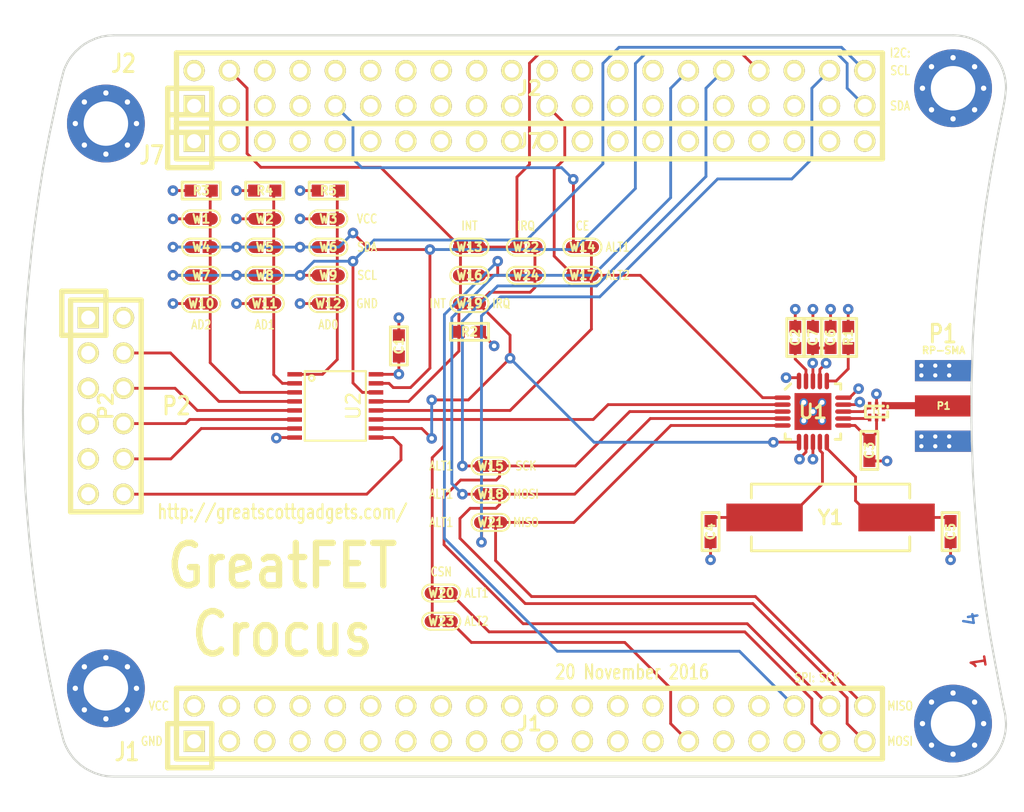
<source format=kicad_pcb>
(kicad_pcb (version 20221018) (generator pcbnew)
  (layers (0 "F.Cu" signal "C1F.Cu") (1 "In1.Cu" power "C2.Cu") (2 "In2.Cu" power "C3.Cu") (31 "B.Cu" signal "C4B.Cu") (34 "B.Paste" user) (35 "F.Paste" user) (36 "B.SilkS" user "B.Silkscreen") (37 "F.SilkS" user "F.Silkscreen") (38 "B.Mask" user) (39 "F.Mask" user) (44 "Edge.Cuts" user))
  (net 0 "")
  (net 1 "GND")
  (net 2 "VCC")
  (net 3 "/DVDD")
  (net 4 "/VDD_PA")
  (net 5 "/XC2")
  (net 6 "/XC1")
  (net 7 "Net-(J1-Pad3)")
  (net 8 "Net-(J1-Pad4)")
  (net 9 "Net-(J1-Pad5)")
  (net 10 "Net-(J1-Pad6)")
  (net 11 "Net-(J1-Pad7)")
  (net 12 "Net-(J1-Pad8)")
  (net 13 "Net-(J1-Pad9)")
  (net 14 "Net-(J1-Pad10)")
  (net 15 "Net-(J1-Pad11)")
  (net 16 "Net-(J1-Pad12)")
  (net 17 "Net-(J1-Pad13)")
  (net 18 "Net-(J1-Pad14)")
  (net 19 "Net-(J1-Pad15)")
  (net 20 "Net-(J1-Pad16)")
  (net 21 "Net-(J1-Pad17)")
  (net 22 "Net-(J1-Pad18)")
  (net 23 "Net-(J1-Pad19)")
  (net 24 "Net-(J1-Pad20)")
  (net 25 "Net-(J1-Pad21)")
  (net 26 "Net-(J1-Pad22)")
  (net 27 "Net-(J1-Pad23)")
  (net 28 "Net-(J1-Pad24)")
  (net 29 "Net-(J1-Pad25)")
  (net 30 "Net-(J1-Pad26)")
  (net 31 "Net-(J1-Pad27)")
  (net 32 "Net-(J1-Pad28)")
  (net 33 "/CSN_ALT2")
  (net 34 "Net-(J1-Pad30)")
  (net 35 "Net-(J1-Pad31)")
  (net 36 "Net-(J1-Pad32)")
  (net 37 "Net-(J1-Pad33)")
  (net 38 "Net-(J1-Pad34)")
  (net 39 "Net-(J1-Pad35)")
  (net 40 "/INT_ALT2")
  (net 41 "/CSN_ALT1")
  (net 42 "/SCK")
  (net 43 "/MOSI")
  (net 44 "/MISO")
  (net 45 "Net-(J2-Pad3)")
  (net 46 "/INT")
  (net 47 "Net-(J2-Pad5)")
  (net 48 "Net-(J2-Pad6)")
  (net 49 "Net-(J2-Pad7)")
  (net 50 "Net-(J2-Pad8)")
  (net 51 "/CE_ALT1")
  (net 52 "Net-(J2-Pad10)")
  (net 53 "Net-(J2-Pad11)")
  (net 54 "Net-(J2-Pad12)")
  (net 55 "Net-(J2-Pad13)")
  (net 56 "Net-(J2-Pad14)")
  (net 57 "Net-(J2-Pad15)")
  (net 58 "Net-(J2-Pad16)")
  (net 59 "Net-(J2-Pad17)")
  (net 60 "Net-(J2-Pad18)")
  (net 61 "Net-(J2-Pad19)")
  (net 62 "Net-(J2-Pad20)")
  (net 63 "/CE_ALT2")
  (net 64 "Net-(J2-Pad22)")
  (net 65 "Net-(J2-Pad23)")
  (net 66 "Net-(J2-Pad24)")
  (net 67 "Net-(J2-Pad25)")
  (net 68 "Net-(J2-Pad26)")
  (net 69 "Net-(J2-Pad27)")
  (net 70 "Net-(J2-Pad28)")
  (net 71 "Net-(J2-Pad29)")
  (net 72 "/MOSI_ALT1")
  (net 73 "Net-(J2-Pad31)")
  (net 74 "/SCK_ALT1")
  (net 75 "Net-(J2-Pad33)")
  (net 76 "/INT_ALT1")
  (net 77 "Net-(J2-Pad35)")
  (net 78 "Net-(J2-Pad36)")
  (net 79 "Net-(J2-Pad37)")
  (net 80 "/MISO_ALT1")
  (net 81 "/I2C0_SDA")
  (net 82 "/I2C0_SCL")
  (net 83 "Net-(J7-Pad1)")
  (net 84 "Net-(J7-Pad2)")
  (net 85 "Net-(J7-Pad3)")
  (net 86 "Net-(J7-Pad4)")
  (net 87 "Net-(J7-Pad5)")
  (net 88 "Net-(J7-Pad6)")
  (net 89 "Net-(J7-Pad7)")
  (net 90 "Net-(J7-Pad8)")
  (net 91 "Net-(J7-Pad9)")
  (net 92 "Net-(J7-Pad10)")
  (net 93 "Net-(J7-Pad11)")
  (net 94 "Net-(J7-Pad12)")
  (net 95 "Net-(J7-Pad13)")
  (net 96 "Net-(J7-Pad14)")
  (net 97 "Net-(J7-Pad15)")
  (net 98 "Net-(J7-Pad16)")
  (net 99 "Net-(J7-Pad17)")
  (net 100 "Net-(J7-Pad18)")
  (net 101 "Net-(J7-Pad19)")
  (net 102 "Net-(J7-Pad20)")
  (net 103 "/P0")
  (net 104 "/P1")
  (net 105 "/P2")
  (net 106 "/P3")
  (net 107 "/P4")
  (net 108 "/IREF")
  (net 109 "/CE")
  (net 110 "/IRQ")
  (net 111 "/CSN")
  (net 112 "/RF")
  (net 113 "/ANT2")
  (net 114 "/ANT1")
  (net 115 "/AD2")
  (net 116 "/AD1")
  (net 117 "/AD0")
  (net 118 "Net-(J2-Pad2)")
  (net 119 "Net-(J2-Pad1)")
  (footprint "gsg-modules:HEADER-2x20" (layer "F.Cu") (at 146.05 118.11)
    (fp_text reference "J1")
    (fp_text value "NEIGHBOR1" hide)
  )
  (footprint "gsg-modules:HEADER-2x20" (layer "F.Cu") (at 146.05 72.39)
    (fp_text reference "J2")
    (fp_text value "NEIGHBOR2" hide)
  )
  (footprint "gsg-modules:HEADER-1x20" (layer "F.Cu") (at 146.05 76.2)
    (fp_text reference "J7")
    (fp_text value "BONUS_ROW" hide)
  )
  (footprint "gsg-modules:HOLE126MIL-COPPER" (layer "F.Cu") (at 115.57 74.93)
    (fp_text reference "MH1" hide)
    (fp_text value "MOUNTING_HOLE" hide)
  )
  (footprint "gsg-modules:HOLE126MIL-COPPER" (layer "F.Cu") (at 115.57 115.57)
    (fp_text reference "MH2" hide)
    (fp_text value "MOUNTING_HOLE" hide)
  )
  (footprint "gsg-modules:HOLE126MIL-COPPER" (layer "F.Cu") (at 176.53 118.11)
    (fp_text reference "MH3" hide)
    (fp_text value "MOUNTING_HOLE" hide)
  )
  (footprint "gsg-modules:HOLE126MIL-COPPER" (layer "F.Cu") (at 176.53 72.39)
    (fp_text reference "MH4" hide)
    (fp_text value "MOUNTING_HOLE" hide)
  )
  (footprint "gsg-modules:0603" (layer "F.Cu") (at 136.652 90.932 90)
    (fp_text reference "C1")
    (fp_text value "33nF" hide)
  )
  (footprint "gsg-modules:0603" (layer "F.Cu") (at 165.1762 90.3224 90)
    (fp_text reference "C2")
    (fp_text value "33nF" hide)
  )
  (footprint "gsg-modules:0603" (layer "F.Cu") (at 170.5102 98.4504 -90)
    (fp_text reference "C3")
    (fp_text value "2.2nF" hide)
  )
  (footprint "gsg-modules:0603" (layer "F.Cu") (at 159.0802 104.2924 -90)
    (fp_text reference "C4")
    (fp_text value "18pF" hide)
  )
  (footprint "gsg-modules:0603" (layer "F.Cu") (at 176.3522 104.2924 -90)
    (fp_text reference "C5")
    (fp_text value "18pF" hide)
  )
  (footprint "gsg-modules:0603" (layer "F.Cu") (at 167.7162 90.3224 90)
    (fp_text reference "C6")
    (fp_text value "10nF" hide)
  )
  (footprint "gsg-modules:0603" (layer "F.Cu") (at 166.4462 90.3224 90)
    (fp_text reference "C7")
    (fp_text value "1nF" hide)
  )
  (footprint "gsg-modules:HEADER-2x6" (layer "F.Cu") (at 115.57 95.25 -90)
    (fp_text reference "P2")
    (fp_text value "EXPANSION" hide)
  )
  (footprint "gsg-modules:0603" (layer "F.Cu") (at 168.9862 90.3224 -90)
    (fp_text reference "R1")
    (fp_text value "22.0k" hide)
  )
  (footprint "gsg-modules:0603" (layer "F.Cu") (at 141.732 89.916 180)
    (fp_text reference "R2")
    (fp_text value "10k" hide)
  )
  (footprint "gsg-modules:0603" (layer "F.Cu") (at 122.428 79.756 180)
    (fp_text reference "R3")
    (fp_text value "10k" hide)
  )
  (footprint "gsg-modules:0603" (layer "F.Cu") (at 127 79.756 180)
    (fp_text reference "R4")
    (fp_text value "10k" hide)
  )
  (footprint "gsg-modules:0603" (layer "F.Cu") (at 131.572 79.756 180)
    (fp_text reference "R5")
    (fp_text value "10k" hide)
  )
  (footprint "gsg-modules:2500BL14M100" (layer "F.Cu") (at 171.0262 95.6564 180)
    (fp_text reference "T1")
    (fp_text value "BALUN" hide)
  )
  (footprint "gsg-modules:QFN20-4" (layer "F.Cu") (at 166.4462 95.6564)
    (fp_text reference "U1")
    (fp_text value "nRF24L01+" hide)
  )
  (footprint "gsg-modules:TSSOP16" (layer "F.Cu") (at 132.08 95.25)
    (fp_text reference "U2")
    (fp_text value "PCA9674" hide)
  )
  (footprint "gsg-modules:0603-JUMPER" (layer "F.Cu") (at 122.428 81.788)
    (fp_text reference "W1")
    (fp_text value "TEST" hide)
  )
  (footprint "gsg-modules:0603-JUMPER" (layer "F.Cu") (at 127 81.788)
    (fp_text reference "W2")
    (fp_text value "TEST" hide)
  )
  (footprint "gsg-modules:0603-JUMPER" (layer "F.Cu") (at 131.572 81.788)
    (fp_text reference "W3")
    (fp_text value "TEST" hide)
  )
  (footprint "gsg-modules:0603-JUMPER" (layer "F.Cu") (at 122.428 83.82)
    (fp_text reference "W4")
    (fp_text value "TEST" hide)
  )
  (footprint "gsg-modules:0603-JUMPER" (layer "F.Cu") (at 127 83.82)
    (fp_text reference "W5")
    (fp_text value "TEST" hide)
  )
  (footprint "gsg-modules:0603-JUMPER" (layer "F.Cu") (at 131.572 83.82)
    (fp_text reference "W6")
    (fp_text value "TEST" hide)
  )
  (footprint "gsg-modules:0603-JUMPER" (layer "F.Cu") (at 122.428 85.852)
    (fp_text reference "W7")
    (fp_text value "TEST" hide)
  )
  (footprint "gsg-modules:0603-JUMPER" (layer "F.Cu") (at 127 85.852)
    (fp_text reference "W8")
    (fp_text value "TEST" hide)
  )
  (footprint "gsg-modules:0603-JUMPER" (layer "F.Cu") (at 131.572 85.852)
    (fp_text reference "W9")
    (fp_text value "TEST" hide)
  )
  (footprint "gsg-modules:0603-JUMPER" (layer "F.Cu") (at 122.428 87.884)
    (fp_text reference "W10")
    (fp_text value "TEST" hide)
  )
  (footprint "gsg-modules:0603-JUMPER" (layer "F.Cu") (at 127 87.884)
    (fp_text reference "W11")
    (fp_text value "TEST" hide)
  )
  (footprint "gsg-modules:0603-JUMPER" (layer "F.Cu") (at 131.572 87.884)
    (fp_text reference "W12")
    (fp_text value "TEST" hide)
  )
  (footprint "gsg-modules:0603-JUMPER" (layer "F.Cu") (at 141.732 83.82 180)
    (fp_text reference "W13")
    (fp_text value "TEST" hide)
  )
  (footprint "gsg-modules:0603-JUMPER" (layer "F.Cu") (at 149.86 83.82)
    (fp_text reference "W14")
    (fp_text value "TEST" hide)
  )
  (footprint "gsg-modules:0603-JUMPER" (layer "F.Cu") (at 143.256 99.568)
    (fp_text reference "W15")
    (fp_text value "TEST" hide)
  )
  (footprint "gsg-modules:0603-JUMPER" (layer "F.Cu") (at 141.732 85.852 180)
    (fp_text reference "W16")
    (fp_text value "TEST" hide)
  )
  (footprint "gsg-modules:0603-JUMPER" (layer "F.Cu") (at 149.86 85.852)
    (fp_text reference "W17")
    (fp_text value "TEST" hide)
  )
  (footprint "gsg-modules:0603-JUMPER" (layer "F.Cu") (at 143.256 101.6)
    (fp_text reference "W18")
    (fp_text value "TEST" hide)
  )
  (footprint "gsg-modules:0603-JUMPER" (layer "F.Cu") (at 141.732 87.884)
    (fp_text reference "W19")
    (fp_text value "TEST" hide)
  )
  (footprint "gsg-modules:0603-JUMPER" (layer "F.Cu") (at 139.7 108.712 180)
    (fp_text reference "W20")
    (fp_text value "TEST" hide)
  )
  (footprint "gsg-modules:0603-JUMPER" (layer "F.Cu") (at 143.256 103.632)
    (fp_text reference "W21")
    (fp_text value "TEST" hide)
  )
  (footprint "gsg-modules:0603-JUMPER" (layer "F.Cu") (at 145.796 83.82)
    (fp_text reference "W22")
    (fp_text value "TEST" hide)
  )
  (footprint "gsg-modules:0603-JUMPER" (layer "F.Cu") (at 139.7 110.744 180)
    (fp_text reference "W23")
    (fp_text value "TEST" hide)
  )
  (footprint "gsg-modules:0603-JUMPER" (layer "F.Cu") (at 145.796 85.852)
    (fp_text reference "W24")
    (fp_text value "TEST" hide)
  )
  (footprint "gsg-modules:HC-49S" (layer "F.Cu") (at 167.7162 103.2764)
    (fp_text reference "Y1")
    (fp_text value "XTAL" hide)
  )
  (footprint "gsg-modules:SMA-EDGE" (layer "F.Cu") (at 177.8508 95.25 180)
    (fp_text reference "P1")
    (fp_text value "RP-SMA")
  )
  (gr_line (start 111.1504 112.9284) (end 110.7948 110.744) (stroke (width 0.15)) (layer "Edge.Cuts"))
  (gr_line (start 113.7412 121.0818) (end 113.4872 120.8532) (stroke (width 0.15)) (layer "Edge.Cuts"))
  (gr_line (start 113.0046 70.2056) (end 112.8268 70.485) (stroke (width 0.15)) (layer "Edge.Cuts"))
  (gr_line (start 109.7534 89.7128) (end 109.728 90.5002) (stroke (width 0.15)) (layer "Edge.Cuts"))
  (gr_line (start 112.014 73.3298) (end 111.4806 75.8444) (stroke (width 0.15)) (layer "Edge.Cuts"))
  (gr_line (start 112.395 71.6788) (end 112.3188 71.9582) (stroke (width 0.15)) (layer "Edge.Cuts"))
  (gr_line (start 113.03 120.3198) (end 112.8776 120.0912) (stroke (width 0.15)) (layer "Edge.Cuts"))
  (gr_line (start 114.7572 121.666) (end 114.3762 121.4882) (stroke (width 0.15)) (layer "Edge.Cuts"))
  (gr_line (start 112.5474 119.4054) (end 112.4458 119.0244) (stroke (width 0.15)) (layer "Edge.Cuts"))
  (gr_line (start 110.4392 82.2706) (end 110.2106 84.201) (stroke (width 0.15)) (layer "Edge.Cuts"))
  (gr_line (start 176.53 121.92) (end 116.1288 121.92) (stroke (width 0.15)) (layer "Edge.Cuts"))
  (gr_line (start 113.2586 120.6246) (end 113.03 120.3198) (stroke (width 0.15)) (layer "Edge.Cuts"))
  (gr_line (start 110.0074 86.2584) (end 109.8804 87.7824) (stroke (width 0.15)) (layer "Edge.Cuts"))
  (gr_line (start 110.5154 108.8136) (end 110.2614 106.7308) (stroke (width 0.15)) (layer "Edge.Cuts"))
  (gr_line (start 109.7788 101.2952) (end 109.728 99.9998) (stroke (width 0.15)) (layer "Edge.Cuts"))
  (gr_arc (start 180.34 118.11) (mid 179.224077 120.804077) (end 176.53 121.92) (stroke (width 0.15)) (layer "Edge.Cuts"))
  (gr_line (start 177.927 99.0346) (end 177.9524 99.9998) (stroke (width 0.15)) (layer "Edge.Cuts"))
  (gr_line (start 180.2638 73.1266) (end 180.34 72.39) (stroke (width 0.15)) (layer "Edge.Cuts"))
  (gr_line (start 112.8268 70.485) (end 112.649 70.8406) (stroke (width 0.15)) (layer "Edge.Cuts"))
  (gr_line (start 177.9524 90.5002) (end 178.0794 88.4682) (stroke (width 0.15)) (layer "Edge.Cuts"))
  (gr_line (start 177.8508 96.393) (end 177.8762 97.79) (stroke (width 0.15)) (layer "Edge.Cuts"))
  (gr_line (start 177.8508 95.123) (end 177.8508 96.393) (stroke (width 0.15)) (layer "Edge.Cuts"))
  (gr_line (start 180.1368 73.8124) (end 180.2638 73.1266) (stroke (width 0.15)) (layer "Edge.Cuts"))
  (gr_line (start 178.0794 102.108) (end 178.2318 104.1146) (stroke (width 0.15)) (layer "Edge.Cuts"))
  (gr_line (start 111.5314 114.9858) (end 111.1504 112.9284) (stroke (width 0.15)) (layer "Edge.Cuts"))
  (gr_line (start 112.649 70.8406) (end 112.5474 71.0946) (stroke (width 0.15)) (layer "Edge.Cuts"))
  (gr_line (start 178.4096 105.9942) (end 178.6382 107.9246) (stroke (width 0.15)) (layer "Edge.Cuts"))
  (gr_line (start 178.4604 84.2264) (end 178.6636 82.4484) (stroke (width 0.15)) (layer "Edge.Cuts"))
  (gr_line (start 177.8508 94.0054) (end 177.8508 95.123) (stroke (width 0.15)) (layer "Edge.Cuts"))
  (gr_line (start 177.8762 97.79) (end 177.927 99.0346) (stroke (width 0.15)) (layer "Edge.Cuts"))
  (gr_line (start 114.0206 69.215) (end 113.6904 69.469) (stroke (width 0.15)) (layer "Edge.Cuts"))
  (gr_line (start 116.1288 68.58) (end 176.53 68.58) (stroke (width 0.15)) (layer "Edge.Cuts"))
  (gr_line (start 109.6264 97.4852) (end 109.6772 98.933) (stroke (width 0.15)) (layer "Edge.Cuts"))
  (gr_line (start 179.2224 111.887) (end 179.5526 113.7158) (stroke (width 0.15)) (layer "Edge.Cuts"))
  (gr_line (start 112.3442 118.6434) (end 112.0902 117.602) (stroke (width 0.15)) (layer "Edge.Cuts"))
  (gr_line (start 109.601 95.5802) (end 109.6264 97.4852) (stroke (width 0.15)) (layer "Edge.Cuts"))
  (gr_line (start 115.697 68.6054) (end 115.2398 68.6816) (stroke (width 0.15)) (layer "Edge.Cuts"))
  (gr_line (start 113.4872 120.8532) (end 113.2586 120.6246) (stroke (width 0.15)) (layer "Edge.Cuts"))
  (gr_line (start 179.8066 75.438) (end 180.1368 73.8124) (stroke (width 0.15)) (layer "Edge.Cuts"))
  (gr_line (start 112.4458 119.0244) (end 112.3442 118.6434) (stroke (width 0.15)) (layer "Edge.Cuts"))
  (gr_line (start 180.2892 117.5004) (end 180.34 118.11) (stroke (width 0.15)) (layer "Edge.Cuts"))
  (gr_line (start 179.197 78.8162) (end 179.5018 77.0636) (stroke (width 0.15)) (layer "Edge.Cuts"))
  (gr_line (start 177.9016 92.3544) (end 177.8508 94.0054) (stroke (width 0.15)) (layer "Edge.Cuts"))
  (gr_line (start 109.9058 103.0224) (end 109.7788 101.2952) (stroke (width 0.15)) (layer "Edge.Cuts"))
  (gr_line (start 112.0902 117.602) (end 111.5314 114.9858) (stroke (width 0.15)) (layer "Edge.Cuts"))
  (gr_line (start 112.3188 71.9582) (end 112.014 73.3298) (stroke (width 0.15)) (layer "Edge.Cuts"))
  (gr_line (start 113.1824 69.977) (end 113.0046 70.2056) (stroke (width 0.15)) (layer "Edge.Cuts"))
  (gr_line (start 115.2398 68.6816) (end 114.8334 68.8086) (stroke (width 0.15)) (layer "Edge.Cuts"))
  (gr_line (start 111.4806 75.8444) (end 111.0488 78.1304) (stroke (width 0.15)) (layer "Edge.Cuts"))
  (gr_line (start 109.6772 98.933) (end 109.728 99.9998) (stroke (width 0.15)) (layer "Edge.Cuts"))
  (gr_line (start 178.8922 109.8042) (end 179.2224 111.887) (stroke (width 0.15)) (layer "Edge.Cuts"))
  (gr_line (start 116.1288 121.92) (end 115.6462 121.8946) (stroke (width 0.15)) (layer "Edge.Cuts"))
  (gr_line (start 112.5474 71.0946) (end 112.4712 71.374) (stroke (width 0.15)) (layer "Edge.Cuts"))
  (gr_line (start 179.5018 77.0636) (end 179.8066 75.438) (stroke (width 0.15)) (layer "Edge.Cuts"))
  (gr_line (start 109.728 90.5002) (end 109.6518 92.1766) (stroke (width 0.15)) (layer "Edge.Cuts"))
  (gr_line (start 179.8828 115.4684) (end 180.1368 116.7892) (stroke (width 0.15)) (layer "Edge.Cuts"))
  (gr_line (start 112.6998 119.761) (end 112.5474 119.4054) (stroke (width 0.15)) (layer "Edge.Cuts"))
  (gr_line (start 115.2398 121.8184) (end 114.7572 121.666) (stroke (width 0.15)) (layer "Edge.Cuts"))
  (gr_line (start 178.2318 104.1146) (end 178.4096 105.9942) (stroke (width 0.15)) (layer "Edge.Cuts"))
  (gr_line (start 114.8334 68.8086) (end 114.3762 69.0118) (stroke (width 0.15)) (layer "Edge.Cuts"))
  (gr_line (start 178.6382 107.9246) (end 178.8922 109.8042) (stroke (width 0.15)) (layer "Edge.Cuts"))
  (gr_line (start 112.4712 71.374) (end 112.395 71.6788) (stroke (width 0.15)) (layer "Edge.Cuts"))
  (gr_line (start 178.0794 88.4682) (end 178.2572 86.233) (stroke (width 0.15)) (layer "Edge.Cuts"))
  (gr_line (start 178.9176 80.5688) (end 179.197 78.8162) (stroke (width 0.15)) (layer "Edge.Cuts"))
  (gr_line (start 112.8776 120.0912) (end 112.6998 119.761) (stroke (width 0.15)) (layer "Edge.Cuts"))
  (gr_line (start 110.0582 104.8512) (end 109.9058 103.0224) (stroke (width 0.15)) (layer "Edge.Cuts"))
  (gr_line (start 111.0488 78.1304) (end 110.7186 80.264) (stroke (width 0.15)) (layer "Edge.Cuts"))
  (gr_line (start 178.2572 86.233) (end 178.4604 84.2264) (stroke (width 0.15)) (layer "Edge.Cuts"))
  (gr_line (start 178.6636 82.4484) (end 178.9176 80.5688) (stroke (width 0.15)) (layer "Edge.Cuts"))
  (gr_line (start 179.5526 113.7158) (end 179.8828 115.4684) (stroke (width 0.15)) (layer "Edge.Cuts"))
  (gr_line (start 180.1368 116.7892) (end 180.2892 117.5004) (stroke (width 0.15)) (layer "Edge.Cuts"))
  (gr_line (start 110.7186 80.264) (end 110.4392 82.2706) (stroke (width 0.15)) (layer "Edge.Cuts"))
  (gr_line (start 115.6462 121.8946) (end 115.2398 121.8184) (stroke (width 0.15)) (layer "Edge.Cuts"))
  (gr_line (start 113.6904 69.469) (end 113.3856 69.7484) (stroke (width 0.15)) (layer "Edge.Cuts"))
  (gr_line (start 109.8804 87.7824) (end 109.7534 89.7128) (stroke (width 0.15)) (layer "Edge.Cuts"))
  (gr_line (start 177.9524 90.5002) (end 177.9016 92.3544) (stroke (width 0.15)) (layer "Edge.Cuts"))
  (gr_line (start 110.7948 110.744) (end 110.5154 108.8136) (stroke (width 0.15)) (layer "Edge.Cuts"))
  (gr_line (start 110.2106 84.201) (end 110.0074 86.2584) (stroke (width 0.15)) (layer "Edge.Cuts"))
  (gr_arc (start 176.53 68.58) (mid 179.224077 69.695923) (end 180.34 72.39) (stroke (width 0.15)) (layer "Edge.Cuts"))
  (gr_line (start 113.3856 69.7484) (end 113.1824 69.977) (stroke (width 0.15)) (layer "Edge.Cuts"))
  (gr_line (start 114.3762 69.0118) (end 114.0206 69.215) (stroke (width 0.15)) (layer "Edge.Cuts"))
  (gr_line (start 109.6518 92.1766) (end 109.6264 93.726) (stroke (width 0.15)) (layer "Edge.Cuts"))
  (gr_line (start 177.9524 99.9998) (end 178.0794 102.108) (stroke (width 0.15)) (layer "Edge.Cuts"))
  (gr_line (start 114.0968 121.3358) (end 113.7412 121.0818) (stroke (width 0.15)) (layer "Edge.Cuts"))
  (gr_line (start 116.1288 68.58) (end 115.697 68.6054) (stroke (width 0.15)) (layer "Edge.Cuts"))
  (gr_line (start 110.2614 106.7308) (end 110.0582 104.8512) (stroke (width 0.15)) (layer "Edge.Cuts"))
  (gr_line (start 109.6264 93.726) (end 109.601 95.5802) (stroke (width 0.15)) (layer "Edge.Cuts"))
  (gr_line (start 114.3762 121.4882) (end 114.0968 121.3358) (stroke (width 0.15)) (layer "Edge.Cuts"))
  (gr_text "1" (at 178.3588 113.6396 98.9) (layer "F.Cu") (effects (font (size 1.016 1.016) (thickness 0.1778))))
  (gr_text "4" (at 177.8508 110.5916 98.9) (layer "B.Cu") (effects (font (size 1.016 1.016) (thickness 0.1778))))
  (gr_text "J1" (at 117.094 120.142) (layer "F.SilkS") (effects (font (size 1.27 1.016) (thickness 0.2032))))
  (gr_text "J2" (at 116.84 70.612) (layer "F.SilkS") (effects (font (size 1.27 1.016) (thickness 0.2032))))
  (gr_text "J7" (at 118.872 77.216) (layer "F.SilkS") (effects (font (size 1.27 1.016) (thickness 0.2032))))
  (gr_text "MOSI" (at 172.72 119.38) (layer "F.SilkS") (effects (font (size 0.635 0.508) (thickness 0.1016))))
  (gr_text "MISO" (at 172.72 116.84) (layer "F.SilkS") (effects (font (size 0.635 0.508) (thickness 0.1016))))
  (gr_text "SCK" (at 167.64 114.808) (layer "F.SilkS") (effects (font (size 0.635 0.508) (thickness 0.1016))))
  (gr_text "SDA" (at 172.72 73.66) (layer "F.SilkS") (effects (font (size 0.635 0.508) (thickness 0.1016))))
  (gr_text "SCL" (at 172.72 71.12) (layer "F.SilkS") (effects (font (size 0.635 0.508) (thickness 0.1016))))
  (gr_text "I2C:" (at 172.72 69.85) (layer "F.SilkS") (effects (font (size 0.635 0.508) (thickness 0.1016))))
  (gr_text "SPI:" (at 165.862 114.808) (layer "F.SilkS") (effects (font (size 0.635 0.508) (thickness 0.1016))))
  (gr_text "GND" (at 118.872 119.38) (layer "F.SilkS") (effects (font (size 0.635 0.508) (thickness 0.1016))))
  (gr_text "VCC" (at 119.38 116.84) (layer "F.SilkS") (effects (font (size 0.635 0.508) (thickness 0.1016))))
  (gr_text "http://greatscottgadgets.com/" (at 128.27 102.87) (layer "F.SilkS") (effects (font (size 1.016 0.762) (thickness 0.1524))))
  (gr_text "20 November 2016" (at 153.4414 114.4016) (layer "F.SilkS") (effects (font (size 1.016 0.762) (thickness 0.1524))))
  (gr_text "SCL" (at 134.366 85.852) (layer "F.SilkS") (effects (font (size 0.635 0.508) (thickness 0.1016))))
  (gr_text "GND" (at 134.366 87.884) (layer "F.SilkS") (effects (font (size 0.635 0.508) (thickness 0.1016))))
  (gr_text "INT" (at 139.446 87.884) (layer "F.SilkS") (effects (font (size 0.635 0.508) (thickness 0.1016))))
  (gr_text "SDA" (at 134.366 83.82) (layer "F.SilkS") (effects (font (size 0.635 0.508) (thickness 0.1016))))
  (gr_text "IRQ" (at 145.796 82.296) (layer "F.SilkS") (effects (font (size 0.635 0.508) (thickness 0.1016))))
  (gr_text "IRQ" (at 144.018 87.884) (layer "F.SilkS") (effects (font (size 0.635 0.508) (thickness 0.1016))))
  (gr_text "ALT1" (at 152.4 83.82) (layer "F.SilkS") (effects (font (size 0.635 0.508) (thickness 0.1016))))
  (gr_text "GreatFET\nCrocus" (at 128.27 109.22) (layer "F.SilkS") (effects (font (size 3.048 2.54) (thickness 0.4572))))
  (gr_text "ALT1" (at 139.7 103.632) (layer "F.SilkS") (effects (font (size 0.635 0.508) (thickness 0.1016))))
  (gr_text "P2" (at 120.65 95.25) (layer "F.SilkS") (effects (font (size 1.27 1.016) (thickness 0.2032))))
  (gr_text "AD1" (at 127 89.408) (layer "F.SilkS") (effects (font (size 0.635 0.508) (thickness 0.1016))))
  (gr_text "INT" (at 141.732 82.296) (layer "F.SilkS") (effects (font (size 0.635 0.508) (thickness 0.1016))))
  (gr_text "SCK" (at 145.796 99.568) (layer "F.SilkS") (effects (font (size 0.635 0.508) (thickness 0.1016))))
  (gr_text "AD2" (at 122.428 89.408) (layer "F.SilkS") (effects (font (size 0.635 0.508) (thickness 0.1016))))
  (gr_text "MISO" (at 145.796 103.632) (layer "F.SilkS") (effects (font (size 0.635 0.508) (thickness 0.1016))))
  (gr_text "P1" (at 175.7934 90.0684) (layer "F.SilkS") (effects (font (size 1.27 1.016) (thickness 0.2032))))
  (gr_text "ALT2" (at 152.4 85.852) (layer "F.SilkS") (effects (font (size 0.635 0.508) (thickness 0.1016))))
  (gr_text "ALT1" (at 142.24 108.712) (layer "F.SilkS") (effects (font (size 0.635 0.508) (thickness 0.1016))))
  (gr_text "CE" (at 149.86 82.296) (layer "F.SilkS") (effects (font (size 0.635 0.508) (thickness 0.1016))))
  (gr_text "AD0" (at 131.572 89.408) (layer "F.SilkS") (effects (font (size 0.635 0.508) (thickness 0.1016))))
  (gr_text "CSN" (at 139.7 107.188) (layer "F.SilkS") (effects (font (size 0.635 0.508) (thickness 0.1016))))
  (gr_text "ALT2" (at 142.24 110.744) (layer "F.SilkS") (effects (font (size 0.635 0.508) (thickness 0.1016))))
  (gr_text "ALT1" (at 139.7 99.568) (layer "F.SilkS") (effects (font (size 0.635 0.508) (thickness 0.1016))))
  (gr_text "ALT1" (at 139.7 101.6) (layer "F.SilkS") (effects (font (size 0.635 0.508) (thickness 0.1016))))
  (gr_text "MOSI" (at 145.796 101.6) (layer "F.SilkS") (effects (font (size 0.635 0.508) (thickness 0.1016))))
  (gr_text "VCC" (at 134.366 81.788) (layer "F.SilkS") (effects (font (size 0.635 0.508) (thickness 0.1016))))
  (segment (start 121.666 79.756) (end 120.396 79.756) (width 0.2032) (layer "F.Cu") (net 1))
  (segment (start 159.0802 105.0544) (end 159.0802 106.3244) (width 0.2032) (layer "F.Cu") (net 1))
  (segment (start 169.631188 95.1564) (end 169.816998 94.97059) (width 0.2032) (layer "F.Cu") (net 1))
  (segment (start 171.0262 94.3944) (end 171.0182 94.3864) (width 0.2032) (layer "F.Cu") (net 1))
  (segment (start 166.4462 89.5604) (end 166.4462 88.2904) (width 0.2032) (layer "F.Cu") (net 1))
  (segment (start 165.1762 89.5604) (end 165.1762 88.2904) (width 0.2032) (layer "F.Cu") (net 1))
  (segment (start 127.87401 97.525) (end 127.8382 97.56081) (width 0.2032) (layer "F.Cu") (net 1))
  (segment (start 129.155 97.525) (end 127.87401 97.525) (width 0.2032) (layer "F.Cu") (net 1))
  (segment (start 126.3523 87.884) (end 124.968 87.884) (width 0.2032) (layer "F.Cu") (net 1))
  (segment (start 171.0262 95.2314) (end 171.0262 94.3944) (width 0.2032) (layer "F.Cu") (net 1))
  (segment (start 168.6462 95.1564) (end 169.631188 95.1564) (width 0.2032) (layer "F.Cu") (net 1))
  (segment (start 165.4462 93.4564) (end 165.4462 93.2086) (width 0.2032) (layer "F.Cu") (net 1))
  (segment (start 130.81 79.756) (end 129.54 79.756) (width 0.2032) (layer "F.Cu") (net 1))
  (segment (start 166.9462 93.4564) (end 166.9462 92.626231) (width 0.2032) (layer "F.Cu") (net 1))
  (segment (start 176.3522 105.0544) (end 176.3522 106.3244) (width 0.2032) (layer "F.Cu") (net 1))
  (segment (start 170.5102 99.2124) (end 171.7802 99.2124) (width 0.2032) (layer "F.Cu") (net 1))
  (segment (start 167.7162 89.5604) (end 167.7162 88.2904) (width 0.2032) (layer "F.Cu") (net 1))
  (segment (start 166.4462 97.8564) (end 166.4462 99.0854) (width 0.2032) (layer "F.Cu") (net 1))
  (segment (start 136.652 90.17) (end 136.652 88.9) (width 0.2032) (layer "F.Cu") (net 1))
  (segment (start 130.9243 87.884) (end 129.54 87.884) (width 0.2032) (layer "F.Cu") (net 1))
  (segment (start 166.9462 92.626231) (end 167.394891 92.17754) (width 0.2032) (layer "F.Cu") (net 1))
  (segment (start 168.9862 89.5604) (end 168.9862 88.2904) (width 0.2032) (layer "F.Cu") (net 1))
  (segment (start 165.4368 93.218) (end 164.5158 93.218) (width 0.2032) (layer "F.Cu") (net 1))
  (segment (start 126.238 79.756) (end 124.968 79.756) (width 0.2032) (layer "F.Cu") (net 1))
  (segment (start 165.4462 93.2086) (end 165.4368 93.218) (width 0.2032) (layer "F.Cu") (net 1))
  (segment (start 121.7803 87.884) (end 120.396 87.884) (width 0.2032) (layer "F.Cu") (net 1))
  (via (at 166.4462 88.2904) (size 0.762) (drill 0.3302) (layers "F.Cu" "B.Cu") (net 1))
  (via (at 171.0182 94.3864) (size 0.762) (drill 0.3302) (layers "F.Cu" "B.Cu") (net 1))
  (via (at 164.5158 93.218) (size 0.762) (drill 0.3302) (layers "F.Cu" "B.Cu") (net 1))
  (via (at 124.968 79.756) (size 0.762) (drill 0.3302) (layers "F.Cu" "B.Cu") (net 1))
  (via (at 129.54 79.756) (size 0.762) (drill 0.3302) (layers "F.Cu" "B.Cu") (net 1))
  (via (at 136.652 88.9) (size 0.762) (drill 0.3302) (layers "F.Cu" "B.Cu") (net 1))
  (via (at 169.816998 94.97059) (size 0.762) (drill 0.3302) (layers "F.Cu" "B.Cu") (net 1))
  (via (at 159.0802 106.3244) (size 0.762) (drill 0.3302) (layers "F.Cu" "B.Cu") (net 1))
  (via (at 165.1762 88.2904) (size 0.762) (drill 0.3302) (layers "F.Cu" "B.Cu") (net 1))
  (via (at 171.7802 99.2124) (size 0.762) (drill 0.3302) (layers "F.Cu" "B.Cu") (net 1))
  (via (at 176.3522 106.3244) (size 0.762) (drill 0.3302) (layers "F.Cu" "B.Cu") (net 1))
  (via (at 127.8382 97.56081) (size 0.762) (drill 0.3302) (layers "F.Cu" "B.Cu") (net 1))
  (via (at 167.394891 92.17754) (size 0.762) (drill 0.3302) (layers "F.Cu" "B.Cu") (net 1))
  (via (at 167.7162 88.2904) (size 0.762) (drill 0.3302) (layers "F.Cu" "B.Cu") (net 1))
  (via (at 124.968 87.884) (size 0.762) (drill 0.3302) (layers "F.Cu" "B.Cu") (net 1))
  (via (at 129.54 87.884) (size 0.762) (drill 0.3302) (layers "F.Cu" "B.Cu") (net 1))
  (via (at 120.396 87.884) (size 0.762) (drill 0.3302) (layers "F.Cu" "B.Cu") (net 1))
  (via (at 168.9862 88.2904) (size 0.762) (drill 0.3302) (layers "F.Cu" "B.Cu") (net 1))
  (via (at 166.4462 99.0854) (size 0.762) (drill 0.3302) (layers "F.Cu" "B.Cu") (net 1))
  (via (at 120.396 79.756) (size 0.762) (drill 0.3302) (layers "F.Cu" "B.Cu") (net 1))
  (segment (start 143.002 90.424) (end 143.51 90.932) (width 0.2032) (layer "F.Cu") (net 2))
  (segment (start 135.005 92.975) (end 136.641 92.975) (width 0.2032) (layer "F.Cu") (net 2))
  (segment (start 166.429748 92.16687) (end 166.429748 91.100852) (width 0.2032) (layer "F.Cu") (net 2))
  (segment (start 165.9462 97.8564) (end 165.9462 98.570414) (width 0.2032) (layer "F.Cu") (net 2))
  (segment (start 165.480997 99.035617) (end 165.480997 99.0854) (width 0.2032) (layer "F.Cu") (net 2))
  (segment (start 126.3523 81.788) (end 124.968 81.788) (width 0.2032) (layer "F.Cu") (net 2))
  (segment (start 166.4462 92.183322) (end 166.429748 92.16687) (width 0.2032) (layer "F.Cu") (net 2))
  (segment (start 136.641 92.975) (end 136.652 92.964) (width 0.2032) (layer "F.Cu") (net 2))
  (segment (start 121.7803 81.788) (end 120.396 81.788) (width 0.2032) (layer "F.Cu") (net 2))
  (segment (start 136.652 92.964) (end 136.652 91.694) (width 0.2032) (layer "F.Cu") (net 2))
  (segment (start 166.4462 93.4564) (end 166.4462 92.183322) (width 0.2032) (layer "F.Cu") (net 2))
  (segment (start 168.6462 94.6564) (end 169.085635 94.6564) (width 0.2032) (layer "F.Cu") (net 2))
  (segment (start 165.9462 98.570414) (end 165.480997 99.035617) (width 0.2032) (layer "F.Cu") (net 2))
  (segment (start 169.085635 94.6564) (end 169.732984 94.009051) (width 0.2032) (layer "F.Cu") (net 2))
  (segment (start 166.429748 91.100852) (end 166.4462 91.0844) (width 0.2032) (layer "F.Cu") (net 2))
  (segment (start 166.4462 91.0844) (end 167.7162 91.0844) (width 0.2032) (layer "F.Cu") (net 2))
  (segment (start 142.494 89.916) (end 143.002 90.424) (width 0.2032) (layer "F.Cu") (net 2))
  (segment (start 130.9243 81.788) (end 129.54 81.788) (width 0.2032) (layer "F.Cu") (net 2))
  (via (at 129.54 81.788) (size 0.762) (drill 0.3302) (layers "F.Cu" "B.Cu") (net 2))
  (via (at 169.732984 94.009051) (size 0.762) (drill 0.3302) (layers "F.Cu" "B.Cu") (net 2))
  (via (at 120.396 81.788) (size 0.762) (drill 0.3302) (layers "F.Cu" "B.Cu") (net 2))
  (via (at 166.429748 92.16687) (size 0.762) (drill 0.3302) (layers "F.Cu" "B.Cu") (net 2))
  (via (at 124.968 81.788) (size 0.762) (drill 0.3302) (layers "F.Cu" "B.Cu") (net 2))
  (via (at 143.51 90.932) (size 0.762) (drill 0.3302) (layers "F.Cu" "B.Cu") (net 2))
  (via (at 136.652 92.964) (size 0.762) (drill 0.3302) (layers "F.Cu" "B.Cu") (net 2))
  (via (at 165.480997 99.0854) (size 0.762) (drill 0.3302) (layers "F.Cu" "B.Cu") (net 2))
  (segment (start 165.9462 92.6532) (end 165.1762 91.8832) (width 0.2032) (layer "F.Cu") (net 3))
  (segment (start 165.1762 91.7194) (end 165.1762 91.0844) (width 0.2032) (layer "F.Cu") (net 3))
  (segment (start 165.1762 91.8832) (end 165.1762 91.7194) (width 0.2032) (layer "F.Cu") (net 3))
  (segment (start 165.9462 93.4564) (end 165.9462 92.6532) (width 0.2032) (layer "F.Cu") (net 3))
  (segment (start 169.4782 96.6564) (end 168.6462 96.6564) (width 0.2032) (layer "F.Cu") (net 4))
  (segment (start 171.0262 96.0814) (end 171.0262 97.1724) (width 0.2032) (layer "F.Cu") (net 4))
  (segment (start 171.0262 97.1724) (end 170.5102 97.6884) (width 0.2032) (layer "F.Cu") (net 4))
  (segment (start 170.5102 97.6884) (end 169.4782 96.6564) (width 0.2032) (layer "F.Cu") (net 4))
  (segment (start 167.132001 98.639541) (end 167.132001 100.860859) (width 0.2032) (layer "F.Cu") (net 5))
  (segment (start 159.3342 103.2764) (end 159.0802 103.5304) (width 0.2032) (layer "F.Cu") (net 5))
  (segment (start 166.9462 98.45374) (end 167.132001 98.639541) (width 0.2032) (layer "F.Cu") (net 5))
  (segment (start 164.71646 103.2764) (end 162.9664 103.2764) (width 0.2032) (layer "F.Cu") (net 5))
  (segment (start 162.9664 103.2764) (end 159.3342 103.2764) (width 0.2032) (layer "F.Cu") (net 5))
  (segment (start 167.132001 100.860859) (end 164.71646 103.2764) (width 0.2032) (layer "F.Cu") (net 5))
  (segment (start 166.9462 97.8564) (end 166.9462 98.45374) (width 0.2032) (layer "F.Cu") (net 5))
  (segment (start 169.51325 100.36345) (end 169.51325 102.07371) (width 0.2032) (layer "F.Cu") (net 6))
  (segment (start 167.4462 97.8564) (end 167.4462 98.2964) (width 0.2032) (layer "F.Cu") (net 6))
  (segment (start 170.71594 103.2764) (end 172.466 103.2764) (width 0.2032) (layer "F.Cu") (net 6))
  (segment (start 172.466 103.2764) (end 176.0982 103.2764) (width 0.2032) (layer "F.Cu") (net 6))
  (segment (start 167.4462 98.2964) (end 169.51325 100.36345) (width 0.2032) (layer "F.Cu") (net 6))
  (segment (start 176.0982 103.2764) (end 176.3522 103.5304) (width 0.2032) (layer "F.Cu") (net 6))
  (segment (start 169.51325 102.07371) (end 170.71594 103.2764) (width 0.2032) (layer "F.Cu") (net 6))
  (segment (start 141.8717 112.268) (end 152.908 112.268) (width 0.2032) (layer "F.Cu") (net 33))
  (segment (start 152.908 112.268) (end 156.21 115.57) (width 0.2032) (layer "F.Cu") (net 33))
  (segment (start 156.21 115.57) (end 156.21 118.11) (width 0.2032) (layer "F.Cu") (net 33))
  (segment (start 156.21 118.11) (end 157.48 119.38) (width 0.2032) (layer "F.Cu") (net 33))
  (segment (start 140.3477 110.744) (end 141.8717 112.268) (width 0.2032) (layer "F.Cu") (net 33))
  (segment (start 143.764 85.852) (end 145.1483 85.852) (width 0.2032) (layer "F.Cu") (net 40))
  (segment (start 143.764 85.852) (end 143.764 84.836) (width 0.2032) (layer "F.Cu") (net 40))
  (segment (start 145.034 85.852) (end 145.1483 85.852) (width 0.2032) (layer "F.Cu") (net 40))
  (segment (start 142.3797 85.852) (end 143.764 85.852) (width 0.2032) (layer "F.Cu") (net 40))
  (via (at 143.764 84.836) (size 0.762) (drill 0.3302) (layers "F.Cu" "B.Cu") (net 40))
  (segment (start 143.764 84.836) (end 139.9286 88.6714) (width 0.2032) (layer "B.Cu") (net 40))
  (segment (start 139.9286 88.6714) (end 139.9286 104.775) (width 0.2032) (layer "B.Cu") (net 40))
  (segment (start 139.9286 104.775) (end 148.0566 112.903) (width 0.2032) (layer "B.Cu") (net 40))
  (segment (start 148.0566 112.903) (end 161.163 112.903) (width 0.2032) (layer "B.Cu") (net 40))
  (segment (start 161.163 112.903) (end 165.1 116.84) (width 0.2032) (layer "B.Cu") (net 40))
  (segment (start 143.1417 111.506) (end 161.544 111.506) (width 0.2032) (layer "F.Cu") (net 41))
  (segment (start 161.544 111.506) (end 166.37 116.332) (width 0.2032) (layer "F.Cu") (net 41))
  (segment (start 166.37 116.332) (end 166.37 118.11) (width 0.2032) (layer "F.Cu") (net 41))
  (segment (start 166.37 118.11) (end 167.64 119.38) (width 0.2032) (layer "F.Cu") (net 41))
  (segment (start 140.3477 108.712) (end 143.1417 111.506) (width 0.2032) (layer "F.Cu") (net 41))
  (segment (start 161.7218 110.9218) (end 145.5928 110.9218) (width 0.2032) (layer "F.Cu") (net 42))
  (segment (start 145.5928 110.9218) (end 139.9032 105.2322) (width 0.2032) (layer "F.Cu") (net 42))
  (segment (start 139.9032 105.2322) (end 139.9032 101.7778) (width 0.2032) (layer "F.Cu") (net 42))
  (segment (start 139.9032 101.7778) (end 141.097 100.584) (width 0.2032) (layer "F.Cu") (net 42))
  (segment (start 141.097 100.584) (end 143.6624 100.584) (width 0.2032) (layer "F.Cu") (net 42))
  (segment (start 143.6624 100.584) (end 143.9037 100.3427) (width 0.2032) (layer "F.Cu") (net 42))
  (segment (start 143.9037 100.3427) (end 143.9037 99.568) (width 0.2032) (layer "F.Cu") (net 42))
  (segment (start 153.2636 95.6564) (end 149.352 99.568) (width 0.2032) (layer "F.Cu") (net 42))
  (segment (start 149.352 99.568) (end 143.9037 99.568) (width 0.2032) (layer "F.Cu") (net 42))
  (segment (start 167.64 116.84) (end 161.7218 110.9218) (width 0.2032) (layer "F.Cu") (net 42))
  (segment (start 164.2462 95.6564) (end 153.2636 95.6564) (width 0.2032) (layer "F.Cu") (net 42))
  (segment (start 168.91 118.11) (end 168.91 116.2558) (width 0.2032) (layer "F.Cu") (net 43))
  (segment (start 168.91 116.2558) (end 162.1282 109.474) (width 0.2032) (layer "F.Cu") (net 43))
  (segment (start 162.1282 109.474) (end 145.7452 109.474) (width 0.2032) (layer "F.Cu") (net 43))
  (segment (start 145.7452 109.474) (end 141.0462 104.775) (width 0.2032) (layer "F.Cu") (net 43))
  (segment (start 141.0462 104.775) (end 141.0462 103.3526) (width 0.2032) (layer "F.Cu") (net 43))
  (segment (start 141.0462 103.3526) (end 141.7828 102.616) (width 0.2032) (layer "F.Cu") (net 43))
  (segment (start 141.7828 102.616) (end 143.637 102.616) (width 0.2032) (layer "F.Cu") (net 43))
  (segment (start 143.637 102.616) (end 143.9037 102.3493) (width 0.2032) (layer "F.Cu") (net 43))
  (segment (start 143.9037 102.3493) (end 143.9037 101.6) (width 0.2032) (layer "F.Cu") (net 43))
  (segment (start 154.7448 96.1564) (end 149.3012 101.6) (width 0.2032) (layer "F.Cu") (net 43))
  (segment (start 149.3012 101.6) (end 143.9037 101.6) (width 0.2032) (layer "F.Cu") (net 43))
  (segment (start 170.18 119.38) (end 168.91 118.11) (width 0.2032) (layer "F.Cu") (net 43))
  (segment (start 164.2462 96.1564) (end 154.7448 96.1564) (width 0.2032) (layer "F.Cu") (net 43))
  (segment (start 162.306 108.966) (end 146.2024 108.966) (width 0.2032) (layer "F.Cu") (net 44))
  (segment (start 146.2024 108.966) (end 143.6116 106.3752) (width 0.2032) (layer "F.Cu") (net 44))
  (segment (start 143.6116 106.3752) (end 143.6116 103.632) (width 0.2032) (layer "F.Cu") (net 44))
  (segment (start 156.226 96.6564) (end 149.2504 103.632) (width 0.2032) (layer "F.Cu") (net 44))
  (segment (start 149.2504 103.632) (end 143.6116 103.632) (width 0.2032) (layer "F.Cu") (net 44))
  (segment (start 164.2462 96.6564) (end 156.226 96.6564) (width 0.2032) (layer "F.Cu") (net 44))
  (segment (start 170.18 116.84) (end 162.306 108.966) (width 0.2032) (layer "F.Cu") (net 44))
  (segment (start 135.3439 78.0796) (end 126.7206 78.0796) (width 0.2032) (layer "F.Cu") (net 46))
  (segment (start 126.7206 78.0796) (end 125.73 77.089) (width 0.2032) (layer "F.Cu") (net 46))
  (segment (start 125.73 77.089) (end 125.73 72.39) (width 0.2032) (layer "F.Cu") (net 46))
  (segment (start 125.73 72.39) (end 124.46 71.12) (width 0.2032) (layer "F.Cu") (net 46))
  (segment (start 137.358 94.925) (end 140.97 91.313) (width 0.2032) (layer "F.Cu") (net 46))
  (segment (start 135.005 94.925) (end 137.358 94.925) (width 0.2032) (layer "F.Cu") (net 46))
  (segment (start 141.0843 83.82) (end 135.3439 78.0796) (width 0.2032) (layer "F.Cu") (net 46))
  (segment (start 140.97 89.916) (end 140.97 87.9983) (width 0.2032) (layer "F.Cu") (net 46))
  (segment (start 141.0843 87.884) (end 141.0843 85.852) (width 0.2032) (layer "F.Cu") (net 46))
  (segment (start 140.97 87.9983) (end 141.0843 87.884) (width 0.2032) (layer "F.Cu") (net 46))
  (segment (start 141.0843 85.852) (end 141.0843 83.82) (width 0.2032) (layer "F.Cu") (net 46))
  (segment (start 140.97 91.313) (end 140.97 89.916) (width 0.2032) (layer "F.Cu") (net 46))
  (segment (start 149.2123 78.9559) (end 149.1996 78.9432) (width 0.2032) (layer "F.Cu") (net 51))
  (segment (start 149.2123 83.82) (end 149.2123 78.9559) (width 0.2032) (layer "F.Cu") (net 51))
  (via (at 149.1996 78.9432) (size 0.762) (drill 0.3302) (layers "F.Cu" "B.Cu") (net 51))
  (segment (start 149.1996 78.9432) (end 148.3614 78.105) (width 0.2032) (layer "B.Cu") (net 51))
  (segment (start 148.3614 78.105) (end 133.985 78.105) (width 0.2032) (layer "B.Cu") (net 51))
  (segment (start 133.985 78.105) (end 133.35 77.47) (width 0.2032) (layer "B.Cu") (net 51))
  (segment (start 133.35 77.47) (end 133.35 74.93) (width 0.2032) (layer "B.Cu") (net 51))
  (segment (start 133.35 74.93) (end 132.08 73.66) (width 0.2032) (layer "B.Cu") (net 51))
  (segment (start 147.828 84.4677) (end 147.828 78.232) (width 0.2032) (layer "F.Cu") (net 63))
  (segment (start 147.828 78.232) (end 148.59 77.47) (width 0.2032) (layer "F.Cu") (net 63))
  (segment (start 148.59 77.47) (end 148.59 74.93) (width 0.2032) (layer "F.Cu") (net 63))
  (segment (start 148.59 74.93) (end 147.32 73.66) (width 0.2032) (layer "F.Cu") (net 63))
  (segment (start 149.2123 85.852) (end 147.828 84.4677) (width 0.2032) (layer "F.Cu") (net 63))
  (segment (start 142.6083 101.6) (end 141.224 101.6) (width 0.2032) (layer "F.Cu") (net 72))
  (via (at 141.224 101.6) (size 0.762) (drill 0.3302) (layers "F.Cu" "B.Cu") (net 72))
  (segment (start 141.224 101.6) (end 140.462 100.838) (width 0.2032) (layer "B.Cu") (net 72))
  (segment (start 140.462 100.838) (end 140.462 88.9) (width 0.2032) (layer "B.Cu") (net 72))
  (segment (start 140.462 88.9) (end 143.51 85.852) (width 0.2032) (layer "B.Cu") (net 72))
  (segment (start 143.51 85.852) (end 150.622 85.852) (width 0.2032) (layer "B.Cu") (net 72))
  (segment (start 150.622 85.852) (end 156.21 80.264) (width 0.2032) (layer "B.Cu") (net 72))
  (segment (start 156.21 80.264) (end 156.21 72.39) (width 0.2032) (layer "B.Cu") (net 72))
  (segment (start 156.21 72.39) (end 157.48 71.12) (width 0.2032) (layer "B.Cu") (net 72))
  (segment (start 142.6083 99.568) (end 141.224 99.568) (width 0.2032) (layer "F.Cu") (net 74))
  (via (at 141.224 99.568) (size 0.762) (drill 0.3302) (layers "F.Cu" "B.Cu") (net 74))
  (segment (start 141.224 99.568) (end 141.224 89.154) (width 0.2032) (layer "B.Cu") (net 74))
  (segment (start 141.224 89.154) (end 143.764 86.614) (width 0.2032) (layer "B.Cu") (net 74))
  (segment (start 143.764 86.614) (end 150.876 86.614) (width 0.2032) (layer "B.Cu") (net 74))
  (segment (start 150.876 86.614) (end 158.75 78.74) (width 0.2032) (layer "B.Cu") (net 74))
  (segment (start 158.75 78.74) (end 158.75 72.39) (width 0.2032) (layer "B.Cu") (net 74))
  (segment (start 158.75 72.39) (end 160.02 71.12) (width 0.2032) (layer "B.Cu") (net 74))
  (segment (start 145.1483 78.7781) (end 146.05 77.8764) (width 0.2032) (layer "F.Cu") (net 76))
  (segment (start 146.05 77.8764) (end 146.05 70.5866) (width 0.2032) (layer "F.Cu") (net 76))
  (segment (start 146.05 70.5866) (end 146.7866 69.85) (width 0.2032) (layer "F.Cu") (net 76))
  (segment (start 146.7866 69.85) (end 161.29 69.85) (width 0.2032) (layer "F.Cu") (net 76))
  (segment (start 161.29 69.85) (end 162.56 71.12) (width 0.2032) (layer "F.Cu") (net 76))
  (segment (start 145.1483 83.82) (end 145.1483 78.7781) (width 0.2032) (layer "F.Cu") (net 76))
  (segment (start 145.1483 83.82) (end 142.3797 83.82) (width 0.2032) (layer "F.Cu") (net 76))
  (segment (start 142.6083 105.0417) (end 142.5956 105.0544) (width 0.2032) (layer "F.Cu") (net 80))
  (segment (start 142.6083 103.632) (end 142.6083 105.0417) (width 0.2032) (layer "F.Cu") (net 80))
  (via (at 142.5956 105.0544) (size 0.762) (drill 0.3302) (layers "F.Cu" "B.Cu") (net 80))
  (segment (start 142.5956 105.0544) (end 142.5956 88.773) (width 0.2032) (layer "B.Cu") (net 80))
  (segment (start 142.5956 88.773) (end 143.9672 87.4014) (width 0.2032) (layer "B.Cu") (net 80))
  (segment (start 143.9672 87.4014) (end 151.1046 87.4014) (width 0.2032) (layer "B.Cu") (net 80))
  (segment (start 151.1046 87.4014) (end 159.5882 78.9178) (width 0.2032) (layer "B.Cu") (net 80))
  (segment (start 159.5882 78.9178) (end 164.9222 78.9178) (width 0.2032) (layer "B.Cu") (net 80))
  (segment (start 164.9222 78.9178) (end 166.37 77.47) (width 0.2032) (layer "B.Cu") (net 80))
  (segment (start 166.37 77.47) (end 166.37 72.39) (width 0.2032) (layer "B.Cu") (net 80))
  (segment (start 166.37 72.39) (end 167.64 71.12) (width 0.2032) (layer "B.Cu") (net 80))
  (segment (start 135.9414 93.625) (end 136.2456 93.9292) (width 0.2032) (layer "F.Cu") (net 81))
  (segment (start 136.2456 93.9292) (end 137.4902 93.9292) (width 0.2032) (layer "F.Cu") (net 81))
  (segment (start 137.4902 93.9292) (end 138.8872 92.5322) (width 0.2032) (layer "F.Cu") (net 81))
  (segment (start 138.8872 92.5322) (end 138.8872 83.9978) (width 0.2032) (layer "F.Cu") (net 81))
  (segment (start 135.005 93.625) (end 135.9414 93.625) (width 0.2032) (layer "F.Cu") (net 81))
  (segment (start 138.8872 83.9978) (end 134.5438 83.9978) (width 0.2032) (layer "F.Cu") (net 81))
  (segment (start 121.7803 83.82) (end 120.396 83.82) (width 0.2032) (layer "F.Cu") (net 81))
  (segment (start 130.9243 83.82) (end 129.54 83.82) (width 0.2032) (layer "F.Cu") (net 81))
  (segment (start 134.5438 83.9978) (end 133.35 82.804) (width 0.2032) (layer "F.Cu") (net 81))
  (segment (start 124.968 83.82) (end 126.3523 83.82) (width 0.2032) (layer "F.Cu") (net 81))
  (via (at 133.35 82.804) (size 0.762) (drill 0.3302) (layers "F.Cu" "B.Cu") (net 81))
  (via (at 129.54 83.82) (size 0.762) (drill 0.3302) (layers "F.Cu" "B.Cu") (net 81))
  (via (at 124.968 83.82) (size 0.762) (drill 0.3302) (layers "F.Cu" "B.Cu") (net 81))
  (via (at 138.8872 83.9978) (size 0.762) (drill 0.3302) (layers "F.Cu" "B.Cu") (net 81))
  (via (at 120.396 83.82) (size 0.762) (drill 0.3302) (layers "F.Cu" "B.Cu") (net 81))
  (segment (start 138.8872 83.9978) (end 149.2758 83.9978) (width 0.2032) (layer "B.Cu") (net 81))
  (segment (start 149.2758 83.9978) (end 153.67 79.6036) (width 0.2032) (layer "B.Cu") (net 81))
  (segment (start 153.67 79.6036) (end 153.67 70.612) (width 0.2032) (layer "B.Cu") (net 81))
  (segment (start 153.67 70.612) (end 154.432 69.85) (width 0.2032) (layer "B.Cu") (net 81))
  (segment (start 154.432 69.85) (end 168.148 69.85) (width 0.2032) (layer "B.Cu") (net 81))
  (segment (start 168.148 69.85) (end 168.91 70.612) (width 0.2032) (layer "B.Cu") (net 81))
  (segment (start 168.91 70.612) (end 168.91 72.39) (width 0.2032) (layer "B.Cu") (net 81))
  (segment (start 168.91 72.39) (end 170.18 73.66) (width 0.2032) (layer "B.Cu") (net 81))
  (segment (start 133.35 82.804) (end 132.334 83.82) (width 0.2032) (layer "B.Cu") (net 81))
  (segment (start 132.334 83.82) (end 129.54 83.82) (width 0.2032) (layer "B.Cu") (net 81))
  (segment (start 129.54 83.82) (end 124.968 83.82) (width 0.2032) (layer "B.Cu") (net 81))
  (segment (start 120.396 83.82) (end 124.968 83.82) (width 0.2032) (layer "B.Cu") (net 81))
  (segment (start 133.35 93.599) (end 133.35 84.836) (width 0.2032) (layer "F.Cu") (net 82))
  (segment (start 135.005 94.275) (end 134.026 94.275) (width 0.2032) (layer "F.Cu") (net 82))
  (segment (start 129.54 85.852) (end 131.2164 85.852) (width 0.2032) (layer "F.Cu") (net 82))
  (segment (start 134.026 94.275) (end 133.35 93.599) (width 0.2032) (layer "F.Cu") (net 82))
  (segment (start 121.7803 85.852) (end 120.396 85.852) (width 0.2032) (layer "F.Cu") (net 82))
  (segment (start 126.3523 85.852) (end 124.968 85.852) (width 0.2032) (layer "F.Cu") (net 82))
  (via (at 133.35 84.836) (size 0.762) (drill 0.3302) (layers "F.Cu" "B.Cu") (net 82))
  (via (at 124.968 85.852) (size 0.762) (drill 0.3302) (layers "F.Cu" "B.Cu") (net 82))
  (via (at 120.396 85.852) (size 0.762) (drill 0.3302) (layers "F.Cu" "B.Cu") (net 82))
  (via (at 129.54 85.852) (size 0.762) (drill 0.3302) (layers "F.Cu" "B.Cu") (net 82))
  (segment (start 130.556 84.836) (end 129.54 85.852) (width 0.2032) (layer "B.Cu") (net 82))
  (segment (start 120.396 85.852) (end 124.968 85.852) (width 0.2032) (layer "B.Cu") (net 82))
  (segment (start 124.968 85.852) (end 129.54 85.852) (width 0.2032) (layer "B.Cu") (net 82))
  (segment (start 133.35 84.836) (end 130.556 84.836) (width 0.2032) (layer "B.Cu") (net 82))
  (segment (start 134.874001 83.311999) (end 145.845787 83.311999) (width 0.2032) (layer "B.Cu") (net 82))
  (segment (start 169.418001 70.358001) (end 170.18 71.12) (width 0.2032) (layer "B.Cu") (net 82))
  (segment (start 152.497544 69.44359) (end 168.50359 69.44359) (width 0.2032) (layer "B.Cu") (net 82))
  (segment (start 133.35 84.836) (end 134.874001 83.311999) (width 0.2032) (layer "B.Cu") (net 82))
  (segment (start 145.845787 83.311999) (end 151.333199 77.824587) (width 0.2032) (layer "B.Cu") (net 82))
  (segment (start 151.333199 77.824587) (end 151.333199 70.607935) (width 0.2032) (layer "B.Cu") (net 82))
  (segment (start 168.50359 69.44359) (end 169.418001 70.358001) (width 0.2032) (layer "B.Cu") (net 82))
  (segment (start 151.333199 70.607935) (end 152.497544 69.44359) (width 0.2032) (layer "B.Cu") (net 82))
  (segment (start 123.7032 94.925) (end 120.2182 91.44) (width 0.2032) (layer "F.Cu") (net 103))
  (segment (start 120.2182 91.44) (end 116.84 91.44) (width 0.2032) (layer "F.Cu") (net 103))
  (segment (start 129.155 94.925) (end 123.7032 94.925) (width 0.2032) (layer "F.Cu") (net 103))
  (segment (start 122.1434 95.575) (end 120.5484 93.98) (width 0.2032) (layer "F.Cu") (net 104))
  (segment (start 120.5484 93.98) (end 116.84 93.98) (width 0.2032) (layer "F.Cu") (net 104))
  (segment (start 129.155 95.575) (end 122.1434 95.575) (width 0.2032) (layer "F.Cu") (net 104))
  (segment (start 121.6054 96.225) (end 121.3104 96.52) (width 0.2032) (layer "F.Cu") (net 105))
  (segment (start 121.3104 96.52) (end 116.84 96.52) (width 0.2032) (layer "F.Cu") (net 105))
  (segment (start 129.155 96.225) (end 121.6054 96.225) (width 0.2032) (layer "F.Cu") (net 105))
  (segment (start 122.4286 96.875) (end 120.2436 99.06) (width 0.2032) (layer "F.Cu") (net 106))
  (segment (start 120.2436 99.06) (end 116.84 99.06) (width 0.2032) (layer "F.Cu") (net 106))
  (segment (start 129.155 96.875) (end 122.4286 96.875) (width 0.2032) (layer "F.Cu") (net 106))
  (segment (start 136.2346 97.525) (end 136.8044 98.0948) (width 0.2032) (layer "F.Cu") (net 107))
  (segment (start 136.8044 98.0948) (end 136.8044 99.1362) (width 0.2032) (layer "F.Cu") (net 107))
  (segment (start 136.8044 99.1362) (end 134.3406 101.6) (width 0.2032) (layer "F.Cu") (net 107))
  (segment (start 134.3406 101.6) (end 116.84 101.6) (width 0.2032) (layer "F.Cu") (net 107))
  (segment (start 135.005 97.525) (end 136.2346 97.525) (width 0.2032) (layer "F.Cu") (net 107))
  (segment (start 168.1142 93.4564) (end 168.9862 92.5844) (width 0.2032) (layer "F.Cu") (net 108))
  (segment (start 168.9862 91.7194) (end 168.9862 91.0844) (width 0.2032) (layer "F.Cu") (net 108))
  (segment (start 167.4462 93.4564) (end 168.1142 93.4564) (width 0.2032) (layer "F.Cu") (net 108))
  (segment (start 168.9862 92.5844) (end 168.9862 91.7194) (width 0.2032) (layer "F.Cu") (net 108))
  (segment (start 162.83 94.6564) (end 154.0256 85.852) (width 0.2032) (layer "F.Cu") (net 109))
  (segment (start 154.0256 85.852) (end 150.5077 85.852) (width 0.2032) (layer "F.Cu") (net 109))
  (segment (start 150.5077 89.7255) (end 150.5077 85.852) (width 0.2032) (layer "F.Cu") (net 109))
  (segment (start 144.6582 95.575) (end 150.5077 89.7255) (width 0.2032) (layer "F.Cu") (net 109))
  (segment (start 164.2462 94.6564) (end 162.83 94.6564) (width 0.2032) (layer "F.Cu") (net 109))
  (segment (start 135.005 95.575) (end 144.6582 95.575) (width 0.2032) (layer "F.Cu") (net 109))
  (segment (start 150.5077 85.852) (end 150.5077 83.82) (width 0.2032) (layer "F.Cu") (net 109))
  (segment (start 143.1925 87.0712) (end 146.1008 87.0712) (width 0.2032) (layer "F.Cu") (net 110))
  (segment (start 146.1008 87.0712) (end 146.4437 86.7283) (width 0.2032) (layer "F.Cu") (net 110))
  (segment (start 146.4437 86.7283) (end 146.4437 85.852) (width 0.2032) (layer "F.Cu") (net 110))
  (segment (start 142.3797 87.884) (end 144.653 90.1573) (width 0.2032) (layer "F.Cu") (net 110))
  (segment (start 138.3024 96.875) (end 139.0142 97.5868) (width 0.2032) (layer "F.Cu") (net 110))
  (segment (start 139.0142 94.8182) (end 141.6558 94.8182) (width 0.2032) (layer "F.Cu") (net 110))
  (segment (start 141.6558 94.8182) (end 144.653 91.821) (width 0.2032) (layer "F.Cu") (net 110))
  (segment (start 144.653 91.821) (end 144.653 90.1573) (width 0.2032) (layer "F.Cu") (net 110))
  (segment (start 142.3797 87.884) (end 143.1925 87.0712) (width 0.2032) (layer "F.Cu") (net 110))
  (segment (start 146.4437 85.852) (end 146.4437 83.82) (width 0.2032) (layer "F.Cu") (net 110))
  (segment (start 135.005 96.875) (end 138.3024 96.875) (width 0.2032) (layer "F.Cu") (net 110))
  (segment (start 165.4462 97.8564) (end 163.6112 97.8564) (width 0.2032) (layer "F.Cu") (net 110))
  (via (at 163.6014 97.8662) (size 0.762) (drill 0.3302) (layers "F.Cu" "B.Cu") (net 110))
  (via (at 139.0142 94.8182) (size 0.762) (drill 0.3302) (layers "F.Cu" "B.Cu") (net 110))
  (via (at 144.653 91.821) (size 0.762) (drill 0.3302) (layers "F.Cu" "B.Cu") (net 110))
  (via (at 139.0142 97.5868) (size 0.762) (drill 0.3302) (layers "F.Cu" "B.Cu") (net 110))
  (segment (start 139.0142 97.5868) (end 139.0142 94.8182) (width 0.2032) (layer "B.Cu") (net 110))
  (segment (start 150.6982 97.8662) (end 144.653 91.821) (width 0.2032) (layer "B.Cu") (net 110))
  (segment (start 163.6014 97.8662) (end 150.6982 97.8662) (width 0.2032) (layer "B.Cu") (net 110))
  (segment (start 151.7062 95.1564) (end 150.6376 96.225) (width 0.2032) (layer "F.Cu") (net 111))
  (segment (start 150.6376 96.225) (end 139.9032 96.225) (width 0.2032) (layer "F.Cu") (net 111))
  (segment (start 139.9032 96.225) (end 135.005 96.225) (width 0.2032) (layer "F.Cu") (net 111))
  (segment (start 139.9032 98.1202) (end 139.0523 98.9711) (width 0.2032) (layer "F.Cu") (net 111))
  (segment (start 139.0523 98.9711) (end 139.0523 108.712) (width 0.2032) (layer "F.Cu") (net 111))
  (segment (start 139.0523 108.712) (end 139.0523 109.347) (width 0.2032) (layer "F.Cu") (net 111))
  (segment (start 139.0523 109.347) (end 139.0523 110.744) (width 0.2032) (layer "F.Cu") (net 111))
  (segment (start 139.9032 96.225) (end 139.9032 98.1202) (width 0.2032) (layer "F.Cu") (net 111))
  (segment (start 164.2462 95.1564) (end 151.7062 95.1564) (width 0.2032) (layer "F.Cu") (net 111))
  (segment (start 175.8002 95.2314) (end 175.8188 95.25) (width 0.508) (layer "F.Cu") (net 112))
  (segment (start 171.6718 95.2314) (end 171.5262 95.2314) (width 0.2032) (layer "F.Cu") (net 112))
  (segment (start 175.8002 95.2314) (end 171.6718 95.2314) (width 0.508) (layer "F.Cu") (net 112))
  (segment (start 170.1012 95.6564) (end 170.5262 95.2314) (width 0.2032) (layer "F.Cu") (net 113))
  (segment (start 168.6462 95.6564) (end 170.1012 95.6564) (width 0.2032) (layer "F.Cu") (net 113))
  (segment (start 168.6462 96.1564) (end 170.4512 96.1564) (width 0.2032) (layer "F.Cu") (net 114))
  (segment (start 170.4512 96.1564) (end 170.5262 96.0814) (width 0.2032) (layer "F.Cu") (net 114))
  (segment (start 125.2122 94.275) (end 123.0757 92.1385) (width 0.2032) (layer "F.Cu") (net 115))
  (segment (start 123.0757 92.1385) (end 123.0757 87.884) (width 0.2032) (layer "F.Cu") (net 115))
  (segment (start 123.0757 83.82) (end 123.0757 81.788) (width 0.2032) (layer "F.Cu") (net 115))
  (segment (start 129.155 94.275) (end 125.2122 94.275) (width 0.2032) (layer "F.Cu") (net 115))
  (segment (start 123.0757 85.852) (end 123.0757 83.82) (width 0.2032) (layer "F.Cu") (net 115))
  (segment (start 123.0757 87.884) (end 123.0757 85.852) (width 0.2032) (layer "F.Cu") (net 115))
  (segment (start 123.0757 81.788) (end 123.0757 79.8703) (width 0.2032) (layer "F.Cu") (net 115))
  (segment (start 123.0757 79.8703) (end 123.19 79.756) (width 0.2032) (layer "F.Cu") (net 115))
  (segment (start 128.2706 93.625) (end 127.6477 93.0021) (width 0.2032) (layer "F.Cu") (net 116))
  (segment (start 127.6477 93.0021) (end 127.6477 87.884) (width 0.2032) (layer "F.Cu") (net 116))
  (segment (start 127.6477 87.884) (end 127.6477 85.852) (width 0.2032) (layer "F.Cu") (net 116))
  (segment (start 127.6477 81.788) (end 127.6477 79.8703) (width 0.2032) (layer "F.Cu") (net 116))
  (segment (start 127.6477 83.82) (end 127.6477 81.788) (width 0.2032) (layer "F.Cu") (net 116))
  (segment (start 127.6477 79.8703) (end 127.762 79.756) (width 0.2032) (layer "F.Cu") (net 116))
  (segment (start 129.155 93.625) (end 128.2706 93.625) (width 0.2032) (layer "F.Cu") (net 116))
  (segment (start 127.6477 85.852) (end 127.6477 83.82) (width 0.2032) (layer "F.Cu") (net 116))
  (segment (start 131.1546 92.975) (end 132.2197 91.9099) (width 0.2032) (layer "F.Cu") (net 117))
  (segment (start 132.2197 91.9099) (end 132.2197 87.884) (width 0.2032) (layer "F.Cu") (net 117))
  (segment (start 132.2197 87.249) (end 132.2197 85.852) (width 0.2032) (layer "F.Cu") (net 117))
  (segment (start 132.2197 85.217) (end 132.2197 83.82) (width 0.2032) (layer "F.Cu") (net 117))
  (segment (start 129.155 92.975) (end 131.1546 92.975) (width 0.2032) (layer "F.Cu") (net 117))
  (segment (start 132.2197 81.788) (end 132.2197 79.8703) (width 0.2032) (layer "F.Cu") (net 117))
  (segment (start 132.2197 87.884) (end 132.2197 87.249) (width 0.2032) (layer "F.Cu") (net 117))
  (segment (start 132.2197 83.82) (end 132.2197 83.185) (width 0.2032) (layer "F.Cu") (net 117))
  (segment (start 132.2197 83.185) (end 132.2197 81.788) (width 0.2032) (layer "F.Cu") (net 117))
  (segment (start 132.2197 85.852) (end 132.2197 85.217) (width 0.2032) (layer "F.Cu") (net 117))
  (segment (start 132.2197 79.8703) (end 132.334 79.756) (width 0.2032) (layer "F.Cu") (net 117))
)
</source>
